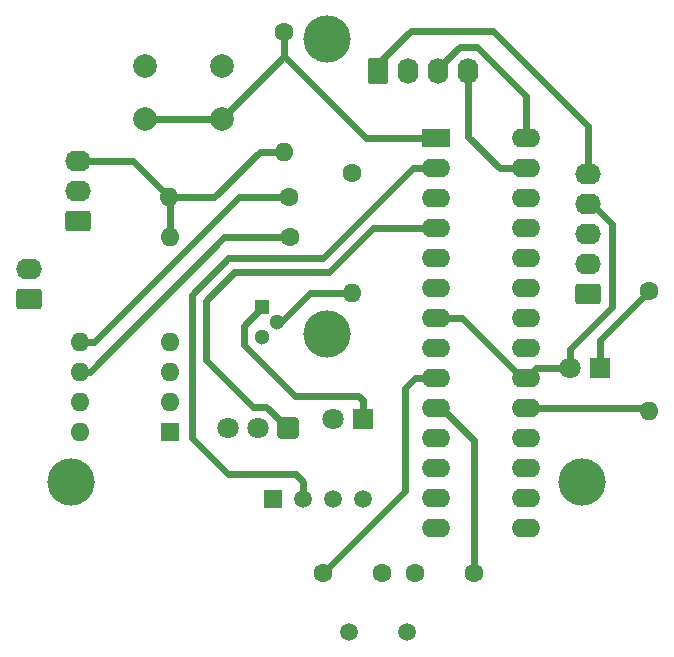
<source format=gbr>
%TF.GenerationSoftware,KiCad,Pcbnew,(6.0.7-1)-1*%
%TF.CreationDate,2022-10-19T21:48:04+05:30*%
%TF.ProjectId,Ac Temp Control V2,41632054-656d-4702-9043-6f6e74726f6c,rev?*%
%TF.SameCoordinates,Original*%
%TF.FileFunction,Copper,L2,Bot*%
%TF.FilePolarity,Positive*%
%FSLAX46Y46*%
G04 Gerber Fmt 4.6, Leading zero omitted, Abs format (unit mm)*
G04 Created by KiCad (PCBNEW (6.0.7-1)-1) date 2022-10-19 21:48:04*
%MOMM*%
%LPD*%
G01*
G04 APERTURE LIST*
G04 Aperture macros list*
%AMRoundRect*
0 Rectangle with rounded corners*
0 $1 Rounding radius*
0 $2 $3 $4 $5 $6 $7 $8 $9 X,Y pos of 4 corners*
0 Add a 4 corners polygon primitive as box body*
4,1,4,$2,$3,$4,$5,$6,$7,$8,$9,$2,$3,0*
0 Add four circle primitives for the rounded corners*
1,1,$1+$1,$2,$3*
1,1,$1+$1,$4,$5*
1,1,$1+$1,$6,$7*
1,1,$1+$1,$8,$9*
0 Add four rect primitives between the rounded corners*
20,1,$1+$1,$2,$3,$4,$5,0*
20,1,$1+$1,$4,$5,$6,$7,0*
20,1,$1+$1,$6,$7,$8,$9,0*
20,1,$1+$1,$8,$9,$2,$3,0*%
G04 Aperture macros list end*
%TA.AperFunction,ComponentPad*%
%ADD10R,2.400000X1.600000*%
%TD*%
%TA.AperFunction,ComponentPad*%
%ADD11O,2.400000X1.600000*%
%TD*%
%TA.AperFunction,ComponentPad*%
%ADD12C,1.500000*%
%TD*%
%TA.AperFunction,ComponentPad*%
%ADD13C,1.600000*%
%TD*%
%TA.AperFunction,ComponentPad*%
%ADD14O,1.600000X1.600000*%
%TD*%
%TA.AperFunction,ComponentPad*%
%ADD15RoundRect,0.250000X0.845000X-0.620000X0.845000X0.620000X-0.845000X0.620000X-0.845000X-0.620000X0*%
%TD*%
%TA.AperFunction,ComponentPad*%
%ADD16O,2.190000X1.740000*%
%TD*%
%TA.AperFunction,ComponentPad*%
%ADD17C,2.000000*%
%TD*%
%TA.AperFunction,ComponentPad*%
%ADD18R,1.600000X1.600000*%
%TD*%
%TA.AperFunction,ComponentPad*%
%ADD19RoundRect,0.250000X-0.620000X-0.845000X0.620000X-0.845000X0.620000X0.845000X-0.620000X0.845000X0*%
%TD*%
%TA.AperFunction,ComponentPad*%
%ADD20O,1.740000X2.190000*%
%TD*%
%TA.AperFunction,ComponentPad*%
%ADD21R,1.800000X1.800000*%
%TD*%
%TA.AperFunction,ComponentPad*%
%ADD22C,1.800000*%
%TD*%
%TA.AperFunction,ComponentPad*%
%ADD23RoundRect,0.250200X0.649800X0.649800X-0.649800X0.649800X-0.649800X-0.649800X0.649800X-0.649800X0*%
%TD*%
%TA.AperFunction,ComponentPad*%
%ADD24R,1.300000X1.300000*%
%TD*%
%TA.AperFunction,ComponentPad*%
%ADD25C,1.300000*%
%TD*%
%TA.AperFunction,ComponentPad*%
%ADD26R,1.500000X1.500000*%
%TD*%
%TA.AperFunction,ViaPad*%
%ADD27C,4.000000*%
%TD*%
%TA.AperFunction,Conductor*%
%ADD28C,0.600000*%
%TD*%
G04 APERTURE END LIST*
D10*
%TO.P,U1,1,~{RESET}/PC6*%
%TO.N,Net-(R3-Pad1)*%
X153781802Y-87906802D03*
D11*
%TO.P,U1,2,PD0*%
%TO.N,Net-(U1-Pad2)*%
X153781802Y-90446802D03*
%TO.P,U1,3,PD1*%
%TO.N,Net-(R1-Pad1)*%
X153781802Y-92986802D03*
%TO.P,U1,4,PD2*%
%TO.N,Net-(U1-Pad4)*%
X153781802Y-95526802D03*
%TO.P,U1,5,PD3*%
%TO.N,Net-(J2-Pad3)*%
X153781802Y-98066802D03*
%TO.P,U1,6,PD4*%
%TO.N,Net-(J2-Pad2)*%
X153781802Y-100606802D03*
%TO.P,U1,7,VCC*%
%TO.N,Net-(D1-Pad2)*%
X153781802Y-103146802D03*
%TO.P,U1,8,GND*%
%TO.N,GND*%
X153781802Y-105686802D03*
%TO.P,U1,9,XTAL1/PB6*%
%TO.N,Net-(C1-Pad1)*%
X153781802Y-108226802D03*
%TO.P,U1,10,XTAL2/PB7*%
%TO.N,Net-(C2-Pad1)*%
X153781802Y-110766802D03*
%TO.P,U1,11,PD5*%
%TO.N,Net-(J2-Pad1)*%
X153781802Y-113306802D03*
%TO.P,U1,12,PD6*%
%TO.N,unconnected-(U1-Pad12)*%
X153781802Y-115846802D03*
%TO.P,U1,13,PD7*%
%TO.N,unconnected-(U1-Pad13)*%
X153781802Y-118386802D03*
%TO.P,U1,14,PB0*%
%TO.N,unconnected-(U1-Pad14)*%
X153781802Y-120926802D03*
%TO.P,U1,15,PB1*%
%TO.N,unconnected-(U1-Pad15)*%
X161401802Y-120926802D03*
%TO.P,U1,16,PB2*%
%TO.N,unconnected-(U1-Pad16)*%
X161401802Y-118386802D03*
%TO.P,U1,17,PB3*%
%TO.N,unconnected-(U1-Pad17)*%
X161401802Y-115846802D03*
%TO.P,U1,18,PB4*%
%TO.N,unconnected-(U1-Pad18)*%
X161401802Y-113306802D03*
%TO.P,U1,19,PB5*%
%TO.N,Net-(R2-Pad2)*%
X161401802Y-110766802D03*
%TO.P,U1,20,AVCC*%
%TO.N,Net-(D1-Pad2)*%
X161401802Y-108226802D03*
%TO.P,U1,21,AREF*%
%TO.N,AREF*%
X161401802Y-105686802D03*
%TO.P,U1,22,GND*%
%TO.N,GND*%
X161401802Y-103146802D03*
%TO.P,U1,23,PC0*%
%TO.N,unconnected-(U1-Pad23)*%
X161401802Y-100606802D03*
%TO.P,U1,24,PC1*%
%TO.N,unconnected-(U1-Pad24)*%
X161401802Y-98066802D03*
%TO.P,U1,25,PC2*%
%TO.N,unconnected-(U1-Pad25)*%
X161401802Y-95526802D03*
%TO.P,U1,26,PC3*%
%TO.N,unconnected-(U1-Pad26)*%
X161401802Y-92986802D03*
%TO.P,U1,27,PC4*%
%TO.N,Net-(DISPLAY1-Pad4)*%
X161401802Y-90446802D03*
%TO.P,U1,28,PC5*%
%TO.N,Net-(DISPLAY1-Pad3)*%
X161401802Y-87906802D03*
%TD*%
D12*
%TO.P,Y1,1,1*%
%TO.N,Net-(C1-Pad1)*%
X146381802Y-129781802D03*
%TO.P,Y1,2,2*%
%TO.N,Net-(C2-Pad1)*%
X151281802Y-129781802D03*
%TD*%
D13*
%TO.P,R3,1*%
%TO.N,Net-(R3-Pad1)*%
X140881802Y-78901802D03*
D14*
%TO.P,R3,2*%
%TO.N,Net-(D1-Pad2)*%
X140881802Y-89061802D03*
%TD*%
D15*
%TO.P,VR1,1,IN*%
%TO.N,Net-(J1-Pad1)*%
X123401802Y-94971802D03*
D16*
%TO.P,VR1,2,GND*%
%TO.N,GND*%
X123401802Y-92431802D03*
%TO.P,VR1,3,OUT*%
%TO.N,Net-(D1-Pad2)*%
X123401802Y-89891802D03*
%TD*%
D17*
%TO.P,SW1,1,1*%
%TO.N,GND*%
X129081802Y-81781802D03*
X135581802Y-81781802D03*
%TO.P,SW1,2,2*%
%TO.N,Net-(R3-Pad1)*%
X129081802Y-86281802D03*
X135581802Y-86281802D03*
%TD*%
D13*
%TO.P,R1,1*%
%TO.N,Net-(R1-Pad1)*%
X146631802Y-90901802D03*
D14*
%TO.P,R1,2*%
%TO.N,Net-(Q1-Pad2)*%
X146631802Y-101061802D03*
%TD*%
D18*
%TO.P,U4,1,A0*%
%TO.N,GND*%
X131231802Y-112781802D03*
D14*
%TO.P,U4,2,A1*%
X131231802Y-110241802D03*
%TO.P,U4,3,A2*%
%TO.N,Net-(D1-Pad2)*%
X131231802Y-107701802D03*
%TO.P,U4,4,GND*%
%TO.N,GND*%
X131231802Y-105161802D03*
%TO.P,U4,5,SDA*%
%TO.N,Net-(DISPLAY1-Pad4)*%
X123611802Y-105161802D03*
%TO.P,U4,6,SCL*%
%TO.N,Net-(DISPLAY1-Pad3)*%
X123611802Y-107701802D03*
%TO.P,U4,7,WP*%
%TO.N,GND*%
X123611802Y-110241802D03*
%TO.P,U4,8,VCC*%
%TO.N,Net-(D1-Pad2)*%
X123611802Y-112781802D03*
%TD*%
D15*
%TO.P,J1,1,Pin_1*%
%TO.N,Net-(J1-Pad1)*%
X119281802Y-101531802D03*
D16*
%TO.P,J1,2,Pin_2*%
%TO.N,GND*%
X119281802Y-98991802D03*
%TD*%
D19*
%TO.P,DISPLAY1,1,GND*%
%TO.N,GND*%
X148871802Y-82201802D03*
D20*
%TO.P,DISPLAY1,2,VCC*%
%TO.N,Net-(D1-Pad2)*%
X151411802Y-82201802D03*
%TO.P,DISPLAY1,3,SCL*%
%TO.N,Net-(DISPLAY1-Pad3)*%
X153951802Y-82201802D03*
%TO.P,DISPLAY1,4,SDA*%
%TO.N,Net-(DISPLAY1-Pad4)*%
X156491802Y-82201802D03*
%TD*%
D13*
%TO.P,C1,1,1*%
%TO.N,Net-(C1-Pad1)*%
X144131802Y-124731802D03*
%TO.P,C1,2,2*%
%TO.N,GND*%
X149131802Y-124731802D03*
%TD*%
D21*
%TO.P,D1,1,K*%
%TO.N,Net-(D1-Pad1)*%
X167631802Y-107381802D03*
D22*
%TO.P,D1,2,A*%
%TO.N,Net-(D1-Pad2)*%
X165091802Y-107381802D03*
%TD*%
D13*
%TO.P,C2,1,1*%
%TO.N,Net-(C2-Pad1)*%
X156931802Y-124731802D03*
%TO.P,C2,2,2*%
%TO.N,GND*%
X151931802Y-124731802D03*
%TD*%
D15*
%TO.P,J2,1,Pin_1*%
%TO.N,Net-(J2-Pad1)*%
X166651802Y-101111802D03*
D16*
%TO.P,J2,2,Pin_2*%
%TO.N,Net-(J2-Pad2)*%
X166651802Y-98571802D03*
%TO.P,J2,3,Pin_3*%
%TO.N,Net-(J2-Pad3)*%
X166651802Y-96031802D03*
%TO.P,J2,4,Pin_4*%
%TO.N,Net-(D1-Pad2)*%
X166651802Y-93491802D03*
%TO.P,J2,5,Pin_5*%
%TO.N,GND*%
X166651802Y-90951802D03*
%TD*%
D13*
%TO.P,R5,1*%
%TO.N,Net-(DISPLAY1-Pad3)*%
X141381802Y-96331802D03*
D14*
%TO.P,R5,2*%
%TO.N,Net-(D1-Pad2)*%
X131221802Y-96331802D03*
%TD*%
D21*
%TO.P,D2,1*%
%TO.N,Net-(D2-PadA)*%
X147531802Y-111731802D03*
D22*
%TO.P,D2,2*%
%TO.N,Net-(D1-Pad2)*%
X144991802Y-111731802D03*
%TD*%
D13*
%TO.P,R2,1*%
%TO.N,Net-(D1-Pad1)*%
X171781802Y-100881802D03*
D14*
%TO.P,R2,2*%
%TO.N,Net-(R2-Pad2)*%
X171781802Y-111041802D03*
%TD*%
D23*
%TO.P,U3,1,OUT*%
%TO.N,Net-(U1-Pad4)*%
X141181802Y-112481802D03*
D22*
%TO.P,U3,2,GND*%
%TO.N,GND*%
X138641802Y-112481802D03*
%TO.P,U3,3,Vs*%
%TO.N,Net-(D1-Pad2)*%
X136101802Y-112481802D03*
%TD*%
D24*
%TO.P,Q1,1,C*%
%TO.N,Net-(D2-PadA)*%
X139050000Y-102250000D03*
D25*
%TO.P,Q1,2,B*%
%TO.N,Net-(Q1-Pad2)*%
X140320000Y-103520000D03*
%TO.P,Q1,3,E*%
%TO.N,GND*%
X139050000Y-104790000D03*
%TD*%
D13*
%TO.P,R4,1*%
%TO.N,Net-(DISPLAY1-Pad4)*%
X141281802Y-92931802D03*
D14*
%TO.P,R4,2*%
%TO.N,Net-(D1-Pad2)*%
X131121802Y-92931802D03*
%TD*%
D26*
%TO.P,U2,1,VCC*%
%TO.N,Net-(D1-Pad2)*%
X139969302Y-118484302D03*
D12*
%TO.P,U2,2,IO*%
%TO.N,Net-(U1-Pad2)*%
X142509302Y-118484302D03*
%TO.P,U2,3,NC*%
%TO.N,unconnected-(U2-Pad3)*%
X145049302Y-118484302D03*
%TO.P,U2,4,GND*%
%TO.N,GND*%
X147589302Y-118484302D03*
%TD*%
D27*
%TO.N,*%
X144481802Y-79531802D03*
X166131802Y-117081802D03*
X122831802Y-117081802D03*
X144481802Y-104531802D03*
%TD*%
D28*
%TO.N,GND*%
X166651802Y-90951802D02*
X166651802Y-86901802D01*
X148871802Y-81578198D02*
X148871802Y-82201802D01*
X151600000Y-78850000D02*
X148871802Y-81578198D01*
X166651802Y-86901802D02*
X158600000Y-78850000D01*
X158600000Y-78850000D02*
X151600000Y-78850000D01*
%TO.N,Net-(DISPLAY1-Pad4)*%
X137025966Y-92931802D02*
X141281802Y-92931802D01*
X123611802Y-105161802D02*
X124795966Y-105161802D01*
X124795966Y-105161802D02*
X137025966Y-92931802D01*
X159146802Y-90446802D02*
X156491802Y-87791802D01*
X161401802Y-90446802D02*
X159146802Y-90446802D01*
X156491802Y-87791802D02*
X156491802Y-82201802D01*
%TO.N,Net-(C1-Pad1)*%
X153781802Y-108226802D02*
X151973198Y-108226802D01*
X151100000Y-109100000D02*
X151100000Y-117763604D01*
X151973198Y-108226802D02*
X151100000Y-109100000D01*
X151100000Y-117763604D02*
X144131802Y-124731802D01*
%TO.N,Net-(C2-Pad1)*%
X154181802Y-110766802D02*
X156931802Y-113516802D01*
X153781802Y-110766802D02*
X154181802Y-110766802D01*
X156931802Y-113516802D02*
X156931802Y-124731802D01*
%TO.N,Net-(DISPLAY1-Pad3)*%
X153951802Y-82201802D02*
X153951802Y-82389960D01*
X157224960Y-80206802D02*
X155758644Y-80206802D01*
X161401802Y-84383644D02*
X157224960Y-80206802D01*
X123611802Y-107701802D02*
X124448198Y-107701802D01*
X155758644Y-80206802D02*
X153951802Y-82013644D01*
X124448198Y-107701802D02*
X135818198Y-96331802D01*
X135818198Y-96331802D02*
X141381802Y-96331802D01*
X161401802Y-87906802D02*
X161401802Y-84383644D01*
%TO.N,Net-(Q1-Pad2)*%
X146631802Y-101061802D02*
X143058198Y-101061802D01*
X143058198Y-101061802D02*
X140600000Y-103520000D01*
%TO.N,Net-(D1-Pad1)*%
X167631802Y-105031802D02*
X171781802Y-100881802D01*
X167631802Y-107381802D02*
X167631802Y-105031802D01*
%TO.N,Net-(D1-Pad2)*%
X168646802Y-102208148D02*
X168646802Y-95218604D01*
X140881802Y-89061802D02*
X138810000Y-89061802D01*
X168646802Y-95218604D02*
X166920000Y-93491802D01*
X131121802Y-92931802D02*
X134940000Y-92931802D01*
X123401802Y-89891802D02*
X128081802Y-89891802D01*
X165091802Y-105763148D02*
X168646802Y-102208148D01*
X161001802Y-108226802D02*
X155921802Y-103146802D01*
X165091802Y-107381802D02*
X162246802Y-107381802D01*
X165091802Y-107381802D02*
X165091802Y-105763148D01*
X128081802Y-89891802D02*
X131121802Y-92931802D01*
X155921802Y-103146802D02*
X153781802Y-103146802D01*
X131221802Y-96331802D02*
X131221802Y-93031802D01*
X138810000Y-89061802D02*
X134940000Y-92931802D01*
X166920000Y-93491802D02*
X166651802Y-93491802D01*
X162246802Y-107381802D02*
X161401802Y-108226802D01*
X161401802Y-108226802D02*
X161001802Y-108226802D01*
%TO.N,Net-(D2-PadA)*%
X141817968Y-109750000D02*
X147150000Y-109750000D01*
X137500000Y-105432032D02*
X141817968Y-109750000D01*
X137500000Y-103800000D02*
X137500000Y-105432032D01*
X147531802Y-110131802D02*
X147531802Y-111731802D01*
X147150000Y-109750000D02*
X147531802Y-110131802D01*
X139050000Y-102250000D02*
X137500000Y-103800000D01*
%TO.N,Net-(R2-Pad2)*%
X161401802Y-110766802D02*
X171506802Y-110766802D01*
X171506802Y-110766802D02*
X171781802Y-111041802D01*
%TO.N,Net-(R3-Pad1)*%
X153781802Y-87906802D02*
X147806802Y-87906802D01*
X140881802Y-80981802D02*
X140881802Y-78901802D01*
X147806802Y-87906802D02*
X140881802Y-80981802D01*
X129081802Y-86281802D02*
X135581802Y-86281802D01*
X135581802Y-86281802D02*
X140881802Y-80981802D01*
%TO.N,Net-(U1-Pad2)*%
X133050000Y-113304947D02*
X136145053Y-116400000D01*
X142509302Y-117059302D02*
X142509302Y-118484302D01*
X136150000Y-98100000D02*
X133050000Y-101200000D01*
X141850000Y-116400000D02*
X142509302Y-117059302D01*
X133050000Y-101200000D02*
X133050000Y-113304947D01*
X153781802Y-90446802D02*
X151803198Y-90446802D01*
X151803198Y-90446802D02*
X144150000Y-98100000D01*
X144150000Y-98100000D02*
X136150000Y-98100000D01*
X136145053Y-116400000D02*
X141850000Y-116400000D01*
%TO.N,Net-(U1-Pad4)*%
X139387387Y-110681802D02*
X141181802Y-112476217D01*
X141181802Y-112476217D02*
X141181802Y-112481802D01*
X136647056Y-99300000D02*
X134250000Y-101697056D01*
X144647056Y-99300000D02*
X136647056Y-99300000D01*
X138231802Y-110681802D02*
X139387387Y-110681802D01*
X153781802Y-95526802D02*
X148420254Y-95526802D01*
X134250000Y-106700000D02*
X138231802Y-110681802D01*
X134250000Y-101697056D02*
X134250000Y-106700000D01*
X148420254Y-95526802D02*
X144647056Y-99300000D01*
%TD*%
M02*

</source>
